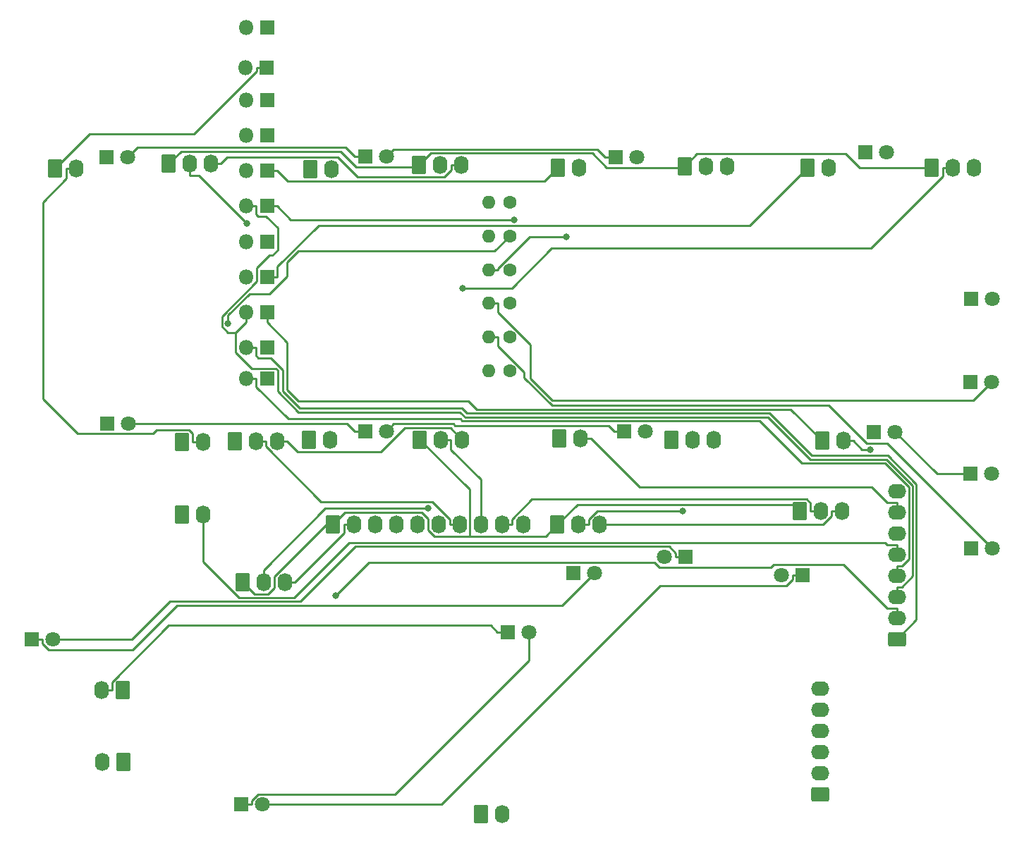
<source format=gbr>
%TF.GenerationSoftware,KiCad,Pcbnew,7.0.9*%
%TF.CreationDate,2023-11-26T15:46:12+10:00*%
%TF.ProjectId,INTERCOMM BACKLIGHT VALIDATION,494e5445-5243-44f4-9d4d-204241434b4c,rev?*%
%TF.SameCoordinates,Original*%
%TF.FileFunction,Copper,L1,Top*%
%TF.FilePolarity,Positive*%
%FSLAX46Y46*%
G04 Gerber Fmt 4.6, Leading zero omitted, Abs format (unit mm)*
G04 Created by KiCad (PCBNEW 7.0.9) date 2023-11-26 15:46:12*
%MOMM*%
%LPD*%
G01*
G04 APERTURE LIST*
G04 Aperture macros list*
%AMRoundRect*
0 Rectangle with rounded corners*
0 $1 Rounding radius*
0 $2 $3 $4 $5 $6 $7 $8 $9 X,Y pos of 4 corners*
0 Add a 4 corners polygon primitive as box body*
4,1,4,$2,$3,$4,$5,$6,$7,$8,$9,$2,$3,0*
0 Add four circle primitives for the rounded corners*
1,1,$1+$1,$2,$3*
1,1,$1+$1,$4,$5*
1,1,$1+$1,$6,$7*
1,1,$1+$1,$8,$9*
0 Add four rect primitives between the rounded corners*
20,1,$1+$1,$2,$3,$4,$5,0*
20,1,$1+$1,$4,$5,$6,$7,0*
20,1,$1+$1,$6,$7,$8,$9,0*
20,1,$1+$1,$8,$9,$2,$3,0*%
G04 Aperture macros list end*
%TA.AperFunction,ComponentPad*%
%ADD10RoundRect,0.250000X-0.620000X-0.845000X0.620000X-0.845000X0.620000X0.845000X-0.620000X0.845000X0*%
%TD*%
%TA.AperFunction,ComponentPad*%
%ADD11O,1.740000X2.190000*%
%TD*%
%TA.AperFunction,ComponentPad*%
%ADD12R,1.800000X1.800000*%
%TD*%
%TA.AperFunction,ComponentPad*%
%ADD13O,1.800000X1.800000*%
%TD*%
%TA.AperFunction,ComponentPad*%
%ADD14C,1.600000*%
%TD*%
%TA.AperFunction,ComponentPad*%
%ADD15O,1.600000X1.600000*%
%TD*%
%TA.AperFunction,ComponentPad*%
%ADD16RoundRect,0.250000X0.845000X-0.620000X0.845000X0.620000X-0.845000X0.620000X-0.845000X-0.620000X0*%
%TD*%
%TA.AperFunction,ComponentPad*%
%ADD17O,2.190000X1.740000*%
%TD*%
%TA.AperFunction,ComponentPad*%
%ADD18RoundRect,0.250000X0.620000X0.845000X-0.620000X0.845000X-0.620000X-0.845000X0.620000X-0.845000X0*%
%TD*%
%TA.AperFunction,ComponentPad*%
%ADD19C,1.800000*%
%TD*%
%TA.AperFunction,ViaPad*%
%ADD20C,0.800000*%
%TD*%
%TA.AperFunction,Conductor*%
%ADD21C,0.250000*%
%TD*%
G04 APERTURE END LIST*
D10*
%TO.P,J4,1,Pin_1*%
%TO.N,/ANALOG_5V*%
X126930000Y-96890000D03*
D11*
%TO.P,J4,2,Pin_2*%
%TO.N,/ANALOG_GND*%
X129470000Y-96890000D03*
%TO.P,J4,3,Pin_3*%
%TO.N,/INT_VOL*%
X132010000Y-96890000D03*
%TO.P,J4,4,Pin_4*%
%TO.N,/FM_VOL*%
X134550000Y-96890000D03*
%TO.P,J4,5,Pin_5*%
%TO.N,/UHF_VOL*%
X137090000Y-96890000D03*
%TO.P,J4,6,Pin_6*%
%TO.N,/VHF_VOL*%
X139630000Y-96890000D03*
%TO.P,J4,7,Pin_7*%
%TO.N,/AIM_VOL*%
X142170000Y-96890000D03*
%TO.P,J4,8,Pin_8*%
%TO.N,/IFF_VOL*%
X144710000Y-96890000D03*
%TO.P,J4,9,Pin_9*%
%TO.N,/TACAN_VOL*%
X147250000Y-96890000D03*
%TO.P,J4,10,Pin_10*%
%TO.N,/MASTER_VOL*%
X149790000Y-96890000D03*
%TD*%
D10*
%TO.P,RV9,1,1*%
%TO.N,/ANALOG_5V*%
X198870000Y-54090000D03*
D11*
%TO.P,RV9,2,2*%
%TO.N,/VHF_VOL*%
X201410000Y-54090000D03*
%TO.P,RV9,3,3*%
%TO.N,/ANALOG_GND*%
X203950000Y-54090000D03*
%TD*%
D10*
%TO.P,RV8,1,1*%
%TO.N,/ANALOG_5V*%
X182970000Y-95310000D03*
D11*
%TO.P,RV8,2,2*%
%TO.N,/TACAN_VOL*%
X185510000Y-95310000D03*
%TO.P,RV8,3,3*%
%TO.N,/ANALOG_GND*%
X188050000Y-95310000D03*
%TD*%
D10*
%TO.P,RV7,1,1*%
%TO.N,/ANALOG_5V*%
X169180000Y-53870000D03*
D11*
%TO.P,RV7,2,2*%
%TO.N,/UHF_VOL*%
X171720000Y-53870000D03*
%TO.P,RV7,3,3*%
%TO.N,/ANALOG_GND*%
X174260000Y-53870000D03*
%TD*%
D10*
%TO.P,RV6,1,1*%
%TO.N,/ANALOG_5V*%
X167640000Y-86760000D03*
D11*
%TO.P,RV6,2,2*%
%TO.N,/ILS_VOL*%
X170180000Y-86760000D03*
%TO.P,RV6,3,3*%
%TO.N,/ANALOG_GND*%
X172720000Y-86760000D03*
%TD*%
D10*
%TO.P,RV5,1,1*%
%TO.N,/ANALOG_5V*%
X116110000Y-103810000D03*
D11*
%TO.P,RV5,2,2*%
%TO.N,/MASTER_VOL*%
X118650000Y-103810000D03*
%TO.P,RV5,3,3*%
%TO.N,/ANALOG_GND*%
X121190000Y-103810000D03*
%TD*%
D10*
%TO.P,RV4,1,1*%
%TO.N,/ANALOG_5V*%
X137300000Y-53750000D03*
D11*
%TO.P,RV4,2,2*%
%TO.N,/FM_VOL*%
X139840000Y-53750000D03*
%TO.P,RV4,3,3*%
%TO.N,/ANALOG_GND*%
X142380000Y-53750000D03*
%TD*%
D10*
%TO.P,RV3,1,1*%
%TO.N,/ANALOG_5V*%
X137400000Y-86710000D03*
D11*
%TO.P,RV3,2,2*%
%TO.N,/IFF_VOL*%
X139940000Y-86710000D03*
%TO.P,RV3,3,3*%
%TO.N,/ANALOG_GND*%
X142480000Y-86710000D03*
%TD*%
D10*
%TO.P,RV2,1,1*%
%TO.N,/ANALOG_5V*%
X107250000Y-53540000D03*
D11*
%TO.P,RV2,2,2*%
%TO.N,/INT_VOL*%
X109790000Y-53540000D03*
%TO.P,RV2,3,3*%
%TO.N,/ANALOG_GND*%
X112330000Y-53540000D03*
%TD*%
D10*
%TO.P,J5,1,Pin_1*%
%TO.N,/ANALOG_5V*%
X153920000Y-96930000D03*
D11*
%TO.P,J5,2,Pin_2*%
%TO.N,/ILS_VOL*%
X156460000Y-96930000D03*
%TO.P,J5,3,Pin_3*%
%TO.N,/ANALOG_GND*%
X159000000Y-96930000D03*
%TD*%
D12*
%TO.P,D29,1,K*%
%TO.N,Net-(D29-K)*%
X119070000Y-75660000D03*
D13*
%TO.P,D29,2,A*%
%TO.N,/COL0*%
X116530000Y-75660000D03*
%TD*%
D12*
%TO.P,D28,1,K*%
%TO.N,Net-(D28-K)*%
X119070000Y-71410000D03*
D13*
%TO.P,D28,2,A*%
%TO.N,/COL2*%
X116530000Y-71410000D03*
%TD*%
D12*
%TO.P,D27,1,K*%
%TO.N,Net-(D27-K)*%
X119070000Y-67160000D03*
D13*
%TO.P,D27,2,A*%
%TO.N,/COL1*%
X116530000Y-67160000D03*
%TD*%
D12*
%TO.P,D26,1,K*%
%TO.N,Net-(D26-K)*%
X119070000Y-62910000D03*
D13*
%TO.P,D26,2,A*%
%TO.N,/COL3*%
X116530000Y-62910000D03*
%TD*%
D12*
%TO.P,D25,1,K*%
%TO.N,Net-(D25-K)*%
X119070000Y-79400000D03*
D13*
%TO.P,D25,2,A*%
%TO.N,/COL3*%
X116530000Y-79400000D03*
%TD*%
D12*
%TO.P,D24,1,K*%
%TO.N,Net-(D24-K)*%
X119070000Y-58660000D03*
D13*
%TO.P,D24,2,A*%
%TO.N,/COL2*%
X116530000Y-58660000D03*
%TD*%
D12*
%TO.P,D23,1,K*%
%TO.N,Net-(D23-K)*%
X119070000Y-54410000D03*
D13*
%TO.P,D23,2,A*%
%TO.N,/COL1*%
X116530000Y-54410000D03*
%TD*%
D12*
%TO.P,D22,1,K*%
%TO.N,Net-(D22-K)*%
X119070000Y-50160000D03*
D13*
%TO.P,D22,2,A*%
%TO.N,/COL2*%
X116530000Y-50160000D03*
%TD*%
D12*
%TO.P,D21,1,K*%
%TO.N,Net-(D21-K)*%
X119070000Y-45910000D03*
D13*
%TO.P,D21,2,A*%
%TO.N,/COL1*%
X116530000Y-45910000D03*
%TD*%
D12*
%TO.P,D2,1,K*%
%TO.N,Net-(D2-K)*%
X119120000Y-37180000D03*
D13*
%TO.P,D2,2,A*%
%TO.N,/COL2*%
X116580000Y-37180000D03*
%TD*%
D12*
%TO.P,D1,1,K*%
%TO.N,Net-(D1-K)*%
X119040000Y-42000000D03*
D13*
%TO.P,D1,2,A*%
%TO.N,/COL1*%
X116500000Y-42000000D03*
%TD*%
D10*
%TO.P,SW10,1,1*%
%TO.N,Net-(D28-K)*%
X185680000Y-86850000D03*
D11*
%TO.P,SW10,2,2*%
%TO.N,/ROW10*%
X188220000Y-86850000D03*
%TD*%
D10*
%TO.P,SW9,1,1*%
%TO.N,Net-(D27-K)*%
X183980000Y-54020000D03*
D11*
%TO.P,SW9,2,2*%
%TO.N,/ROW10*%
X186520000Y-54020000D03*
%TD*%
D10*
%TO.P,SW8,1,1*%
%TO.N,Net-(D26-K)*%
X144740000Y-131660000D03*
D11*
%TO.P,SW8,2,2*%
%TO.N,/ROW8*%
X147280000Y-131660000D03*
%TD*%
D10*
%TO.P,SW5,1,1*%
%TO.N,Net-(D23-K)*%
X154000000Y-54020000D03*
D11*
%TO.P,SW5,2,2*%
%TO.N,/ROW9*%
X156540000Y-54020000D03*
%TD*%
D10*
%TO.P,SW4,1,1*%
%TO.N,Net-(D22-K)*%
X124040000Y-86770000D03*
D11*
%TO.P,SW4,2,2*%
%TO.N,/ROW8*%
X126580000Y-86770000D03*
%TD*%
D10*
%TO.P,SW3,1,1*%
%TO.N,Net-(D21-K)*%
X124210000Y-54250000D03*
D11*
%TO.P,SW3,2,2*%
%TO.N,/ROW8*%
X126750000Y-54250000D03*
%TD*%
D10*
%TO.P,SW2,1,1*%
%TO.N,Net-(D2-K)*%
X108800000Y-86950000D03*
D11*
%TO.P,SW2,2,2*%
%TO.N,/ROW7*%
X111340000Y-86950000D03*
%TD*%
D10*
%TO.P,SW1,1,1*%
%TO.N,Net-(D1-K)*%
X93590000Y-54160000D03*
D11*
%TO.P,SW1,2,2*%
%TO.N,/ROW7*%
X96130000Y-54160000D03*
%TD*%
D14*
%TO.P,R6,1*%
%TO.N,/BACKLIGHT_+12V*%
X148170000Y-78450000D03*
D15*
%TO.P,R6,2*%
%TO.N,Net-(D8-A)*%
X145630000Y-78450000D03*
%TD*%
D14*
%TO.P,R5,1*%
%TO.N,/BACKLIGHT_+12V*%
X148170000Y-74400000D03*
D15*
%TO.P,R5,2*%
%TO.N,Net-(D7-A)*%
X145630000Y-74400000D03*
%TD*%
D14*
%TO.P,R4,1*%
%TO.N,/BACKLIGHT_+12V*%
X148170000Y-70350000D03*
D15*
%TO.P,R4,2*%
%TO.N,Net-(D6-A)*%
X145630000Y-70350000D03*
%TD*%
D14*
%TO.P,R3,1*%
%TO.N,/BACKLIGHT_+12V*%
X148170000Y-66300000D03*
D15*
%TO.P,R3,2*%
%TO.N,Net-(D5-A)*%
X145630000Y-66300000D03*
%TD*%
D14*
%TO.P,R2,1*%
%TO.N,/BACKLIGHT_+12V*%
X148170000Y-62250000D03*
D15*
%TO.P,R2,2*%
%TO.N,Net-(D4-A)*%
X145630000Y-62250000D03*
%TD*%
D14*
%TO.P,R1,1*%
%TO.N,/BACKLIGHT_+12V*%
X148170000Y-58200000D03*
D15*
%TO.P,R1,2*%
%TO.N,Net-(D3-A)*%
X145630000Y-58200000D03*
%TD*%
D16*
%TO.P,J6,1,Pin_1*%
%TO.N,/COL0*%
X194670000Y-110690000D03*
D17*
%TO.P,J6,2,Pin_2*%
%TO.N,/COL1*%
X194670000Y-108150000D03*
%TO.P,J6,3,Pin_3*%
%TO.N,/COL2*%
X194670000Y-105610000D03*
%TO.P,J6,4,Pin_4*%
%TO.N,/COL3*%
X194670000Y-103070000D03*
%TO.P,J6,5,Pin_5*%
%TO.N,/ROW7*%
X194670000Y-100530000D03*
%TO.P,J6,6,Pin_6*%
%TO.N,/ROW8*%
X194670000Y-97990000D03*
%TO.P,J6,7,Pin_7*%
%TO.N,/ROW9*%
X194670000Y-95450000D03*
%TO.P,J6,8,Pin_8*%
%TO.N,/ROW10*%
X194670000Y-92910000D03*
%TD*%
D16*
%TO.P,J3,1,Pin_1*%
%TO.N,Net-(D29-K)*%
X185460000Y-129360000D03*
D17*
%TO.P,J3,2,Pin_2*%
%TO.N,/ROW7*%
X185460000Y-126820000D03*
%TO.P,J3,3,Pin_3*%
%TO.N,/ROW8*%
X185460000Y-124280000D03*
%TO.P,J3,4,Pin_4*%
%TO.N,/ROW9*%
X185460000Y-121740000D03*
%TO.P,J3,5,Pin_5*%
%TO.N,/ROW10*%
X185460000Y-119200000D03*
%TO.P,J3,6,Pin_6*%
%TO.N,unconnected-(J3-Pin_6-Pad6)*%
X185460000Y-116660000D03*
%TD*%
D18*
%TO.P,J2,1,Pin_1*%
%TO.N,/BACKLIGHT_+12V*%
X101770000Y-116800000D03*
D11*
%TO.P,J2,2,Pin_2*%
%TO.N,/BACKLIGHT_GND*%
X99230000Y-116800000D03*
%TD*%
D18*
%TO.P,J1,1,Pin_1*%
%TO.N,/BACKLIGHT_+12V*%
X101780000Y-125440000D03*
D11*
%TO.P,J1,2,Pin_2*%
%TO.N,/BACKLIGHT_GND*%
X99240000Y-125440000D03*
%TD*%
D12*
%TO.P,D20,1,K*%
%TO.N,/BACKLIGHT_GND*%
X99850000Y-84750000D03*
D19*
%TO.P,D20,2,A*%
%TO.N,Net-(D14-K)*%
X102390000Y-84750000D03*
%TD*%
D12*
%TO.P,D19,1,K*%
%TO.N,/BACKLIGHT_GND*%
X191935000Y-85790000D03*
D19*
%TO.P,D19,2,A*%
%TO.N,Net-(D13-K)*%
X194475000Y-85790000D03*
%TD*%
D12*
%TO.P,D18,1,K*%
%TO.N,/BACKLIGHT_GND*%
X190910000Y-52180000D03*
D19*
%TO.P,D18,2,A*%
%TO.N,Net-(D12-K)*%
X193450000Y-52180000D03*
%TD*%
D12*
%TO.P,D17,1,K*%
%TO.N,/BACKLIGHT_GND*%
X99810000Y-52750000D03*
D19*
%TO.P,D17,2,A*%
%TO.N,Net-(D11-K)*%
X102350000Y-52750000D03*
%TD*%
D12*
%TO.P,D16,1,K*%
%TO.N,/BACKLIGHT_GND*%
X147925000Y-109830000D03*
D19*
%TO.P,D16,2,A*%
%TO.N,Net-(D10-K)*%
X150465000Y-109830000D03*
%TD*%
D12*
%TO.P,D15,1,K*%
%TO.N,/BACKLIGHT_GND*%
X155820000Y-102720000D03*
D19*
%TO.P,D15,2,A*%
%TO.N,Net-(D15-A)*%
X158360000Y-102720000D03*
%TD*%
D12*
%TO.P,D14,1,K*%
%TO.N,Net-(D14-K)*%
X130840000Y-85720000D03*
D19*
%TO.P,D14,2,A*%
%TO.N,Net-(D14-A)*%
X133380000Y-85720000D03*
%TD*%
D12*
%TO.P,D13,1,K*%
%TO.N,Net-(D13-K)*%
X203500000Y-90830000D03*
D19*
%TO.P,D13,2,A*%
%TO.N,Net-(D13-A)*%
X206040000Y-90830000D03*
%TD*%
D12*
%TO.P,D12,1,K*%
%TO.N,Net-(D12-K)*%
X203555000Y-69820000D03*
D19*
%TO.P,D12,2,A*%
%TO.N,Net-(D12-A)*%
X206095000Y-69820000D03*
%TD*%
D12*
%TO.P,D11,1,K*%
%TO.N,Net-(D11-K)*%
X130820000Y-52720000D03*
D19*
%TO.P,D11,2,A*%
%TO.N,Net-(D11-A)*%
X133360000Y-52720000D03*
%TD*%
D12*
%TO.P,D10,1,K*%
%TO.N,Net-(D10-K)*%
X115990000Y-130520000D03*
D19*
%TO.P,D10,2,A*%
%TO.N,Net-(D10-A)*%
X118530000Y-130520000D03*
%TD*%
D12*
%TO.P,D9,1,K*%
%TO.N,Net-(D15-A)*%
X90825000Y-110730000D03*
D19*
%TO.P,D9,2,A*%
%TO.N,Net-(D3-K)*%
X93365000Y-110730000D03*
%TD*%
D12*
%TO.P,D8,1,K*%
%TO.N,Net-(D14-A)*%
X161930000Y-85730000D03*
D19*
%TO.P,D8,2,A*%
%TO.N,Net-(D8-A)*%
X164470000Y-85730000D03*
%TD*%
D12*
%TO.P,D7,1,K*%
%TO.N,Net-(D13-A)*%
X203550000Y-99770000D03*
D19*
%TO.P,D7,2,A*%
%TO.N,Net-(D7-A)*%
X206090000Y-99770000D03*
%TD*%
D12*
%TO.P,D6,1,K*%
%TO.N,Net-(D12-A)*%
X203460000Y-79820000D03*
D19*
%TO.P,D6,2,A*%
%TO.N,Net-(D6-A)*%
X206000000Y-79820000D03*
%TD*%
%TO.P,D5,2,A*%
%TO.N,Net-(D5-A)*%
X163415000Y-52790000D03*
D12*
%TO.P,D5,1,K*%
%TO.N,Net-(D11-A)*%
X160875000Y-52790000D03*
%TD*%
%TO.P,D4,1,K*%
%TO.N,Net-(D10-A)*%
X183390000Y-103020000D03*
D19*
%TO.P,D4,2,A*%
%TO.N,Net-(D4-A)*%
X180850000Y-103020000D03*
%TD*%
D12*
%TO.P,D3,1,K*%
%TO.N,Net-(D3-K)*%
X169330000Y-100800000D03*
D19*
%TO.P,D3,2,A*%
%TO.N,Net-(D3-A)*%
X166790000Y-100800000D03*
%TD*%
D10*
%TO.P,SW7,1,A*%
%TO.N,Net-(D25-K)*%
X108830000Y-95720000D03*
D11*
%TO.P,SW7,2,B*%
%TO.N,/ROW7*%
X111370000Y-95720000D03*
%TD*%
D10*
%TO.P,RV1,1,1*%
%TO.N,/ANALOG_5V*%
X115170000Y-86940000D03*
D11*
%TO.P,RV1,2,2*%
%TO.N,/AIM_VOL*%
X117710000Y-86940000D03*
%TO.P,RV1,3,3*%
%TO.N,/ANALOG_GND*%
X120250000Y-86940000D03*
%TD*%
D10*
%TO.P,SW6,1,1*%
%TO.N,Net-(D24-K)*%
X154180000Y-86560000D03*
D11*
%TO.P,SW6,2,2*%
%TO.N,/ROW9*%
X156720000Y-86560000D03*
%TD*%
D20*
%TO.N,/VHF_VOL*%
X142528900Y-68499000D03*
%TO.N,/MASTER_VOL*%
X138409200Y-94989600D03*
%TO.N,/ILS_VOL*%
X168984700Y-95249500D03*
%TO.N,/INT_VOL*%
X116646900Y-60752700D03*
%TO.N,/ROW10*%
X191485800Y-87903300D03*
%TO.N,/BACKLIGHT_+12V*%
X114366800Y-72789600D03*
%TO.N,Net-(D24-K)*%
X148691500Y-60283700D03*
%TO.N,Net-(D5-A)*%
X155017400Y-62326100D03*
%TO.N,/COL1*%
X127312300Y-105480200D03*
%TD*%
D21*
%TO.N,/VHF_VOL*%
X201410000Y-54090000D02*
X200214700Y-54090000D01*
X148429500Y-68499000D02*
X142528900Y-68499000D01*
X153229200Y-63699300D02*
X148429500Y-68499000D01*
X191576600Y-63699300D02*
X153229200Y-63699300D01*
X200214700Y-55061200D02*
X191576600Y-63699300D01*
X200214700Y-54090000D02*
X200214700Y-55061200D01*
%TO.N,/TACAN_VOL*%
X148445300Y-96292300D02*
X148445300Y-96890000D01*
X150870200Y-93867400D02*
X148445300Y-96292300D01*
X183843300Y-93867400D02*
X150870200Y-93867400D01*
X184314700Y-94338800D02*
X183843300Y-93867400D01*
X184314700Y-95310000D02*
X184314700Y-94338800D01*
X185510000Y-95310000D02*
X184314700Y-95310000D01*
X147250000Y-96890000D02*
X148445300Y-96890000D01*
%TO.N,/MASTER_VOL*%
X126050100Y-94989600D02*
X138409200Y-94989600D01*
X118650000Y-102389700D02*
X126050100Y-94989600D01*
X118650000Y-103810000D02*
X118650000Y-102389700D01*
%TO.N,/IFF_VOL*%
X144710000Y-91480000D02*
X144710000Y-96890000D01*
X141135300Y-87905300D02*
X144710000Y-91480000D01*
X141135300Y-86710000D02*
X141135300Y-87905300D01*
X139940000Y-86710000D02*
X141135300Y-86710000D01*
%TO.N,/AIM_VOL*%
X140974700Y-96292400D02*
X140974700Y-96890000D01*
X138858700Y-94176400D02*
X140974700Y-96292400D01*
X125544000Y-94176400D02*
X138858700Y-94176400D01*
X118905300Y-87537700D02*
X125544000Y-94176400D01*
X118905300Y-86940000D02*
X118905300Y-87537700D01*
X117710000Y-86940000D02*
X118905300Y-86940000D01*
X142170000Y-96890000D02*
X140974700Y-96890000D01*
%TO.N,/ILS_VOL*%
X156460000Y-96930000D02*
X157655300Y-96930000D01*
X158738100Y-95249500D02*
X168984700Y-95249500D01*
X157655300Y-96332300D02*
X158738100Y-95249500D01*
X157655300Y-96930000D02*
X157655300Y-96332300D01*
%TO.N,/INT_VOL*%
X110854500Y-54960300D02*
X116646900Y-60752700D01*
X109790000Y-54960300D02*
X110854500Y-54960300D01*
X109790000Y-53540000D02*
X109790000Y-54960300D01*
%TO.N,/ROW10*%
X188220000Y-86850000D02*
X189415300Y-86850000D01*
X190468600Y-87903300D02*
X189415300Y-86850000D01*
X191485800Y-87903300D02*
X190468600Y-87903300D01*
%TO.N,/ROW9*%
X193474700Y-94254700D02*
X194670000Y-94254700D01*
X191669000Y-92449000D02*
X193474700Y-94254700D01*
X163804300Y-92449000D02*
X191669000Y-92449000D01*
X157915300Y-86560000D02*
X163804300Y-92449000D01*
X156720000Y-86560000D02*
X157915300Y-86560000D01*
X194670000Y-95450000D02*
X194670000Y-94254700D01*
%TO.N,/ROW7*%
X193474700Y-99334700D02*
X194670000Y-99334700D01*
X193231300Y-99091300D02*
X193474700Y-99334700D01*
X128926000Y-99091300D02*
X193231300Y-99091300D01*
X122302500Y-105714800D02*
X128926000Y-99091300D01*
X115669200Y-105714800D02*
X122302500Y-105714800D01*
X111370000Y-101415600D02*
X115669200Y-105714800D01*
X111370000Y-95720000D02*
X111370000Y-101415600D01*
X194670000Y-100530000D02*
X194670000Y-99334700D01*
X94934700Y-55355300D02*
X94934700Y-54160000D01*
X92121900Y-58168100D02*
X94934700Y-55355300D01*
X92121900Y-81832200D02*
X92121900Y-58168100D01*
X96275600Y-85985900D02*
X92121900Y-81832200D01*
X105332300Y-85985900D02*
X96275600Y-85985900D01*
X105801300Y-85516900D02*
X105332300Y-85985900D01*
X109682800Y-85516900D02*
X105801300Y-85516900D01*
X110144700Y-85978800D02*
X109682800Y-85516900D01*
X110144700Y-86950000D02*
X110144700Y-85978800D01*
X111340000Y-86950000D02*
X110144700Y-86950000D01*
X96130000Y-54160000D02*
X94934700Y-54160000D01*
%TO.N,/BACKLIGHT_+12V*%
X114366800Y-71779000D02*
X114366800Y-72789600D01*
X116946200Y-69199600D02*
X114366800Y-71779000D01*
X119323700Y-69199600D02*
X116946200Y-69199600D01*
X121450000Y-67073300D02*
X119323700Y-69199600D01*
X121450000Y-65422000D02*
X121450000Y-67073300D01*
X122826000Y-64046000D02*
X121450000Y-65422000D01*
X146374000Y-64046000D02*
X122826000Y-64046000D01*
X148170000Y-62250000D02*
X146374000Y-64046000D01*
%TO.N,/COL0*%
X116530000Y-75660000D02*
X117755300Y-75660000D01*
X117755300Y-76614400D02*
X117755300Y-75660000D01*
X118026200Y-76885300D02*
X117755300Y-76614400D01*
X119475800Y-76885300D02*
X118026200Y-76885300D01*
X120932000Y-78341500D02*
X119475800Y-76885300D01*
X120932000Y-80875800D02*
X120932000Y-78341500D01*
X123007800Y-82951600D02*
X120932000Y-80875800D01*
X142415100Y-82951600D02*
X123007800Y-82951600D01*
X143023500Y-83560000D02*
X142415100Y-82951600D01*
X179357000Y-83560000D02*
X143023500Y-83560000D01*
X184425700Y-88628700D02*
X179357000Y-83560000D01*
X193604900Y-88628700D02*
X184425700Y-88628700D01*
X197020500Y-92044300D02*
X193604900Y-88628700D01*
X197020500Y-108339500D02*
X197020500Y-92044300D01*
X194670000Y-110690000D02*
X197020500Y-108339500D01*
%TO.N,Net-(D28-K)*%
X121450000Y-75015300D02*
X119070000Y-72635300D01*
X121450000Y-80756900D02*
X121450000Y-75015300D01*
X122786500Y-82093400D02*
X121450000Y-80756900D01*
X143194500Y-82093400D02*
X122786500Y-82093400D01*
X144210700Y-83109600D02*
X143194500Y-82093400D01*
X181939600Y-83109600D02*
X144210700Y-83109600D01*
X185680000Y-86850000D02*
X181939600Y-83109600D01*
X119070000Y-71410000D02*
X119070000Y-72635300D01*
%TO.N,Net-(D27-K)*%
X119070000Y-67160000D02*
X120295300Y-67160000D01*
X176991000Y-61009000D02*
X183980000Y-54020000D01*
X125226100Y-61009000D02*
X176991000Y-61009000D01*
X120295300Y-65939800D02*
X125226100Y-61009000D01*
X120295300Y-67160000D02*
X120295300Y-65939800D01*
%TO.N,/COL3*%
X116530000Y-79400000D02*
X117755300Y-79400000D01*
X194670000Y-103070000D02*
X194670000Y-101874700D01*
X195267600Y-101874700D02*
X194670000Y-101874700D01*
X196096600Y-101045700D02*
X195267600Y-101874700D01*
X196096600Y-92394200D02*
X196096600Y-101045700D01*
X193231700Y-89529300D02*
X196096600Y-92394200D01*
X183242500Y-89529300D02*
X193231700Y-89529300D01*
X178173900Y-84460700D02*
X183242500Y-89529300D01*
X142481800Y-84460700D02*
X178173900Y-84460700D01*
X142256400Y-84235300D02*
X142481800Y-84460700D01*
X121595000Y-84235300D02*
X142256400Y-84235300D01*
X117755300Y-80395600D02*
X121595000Y-84235300D01*
X117755300Y-79400000D02*
X117755300Y-80395600D01*
%TO.N,Net-(D24-K)*%
X121919000Y-60283700D02*
X120295300Y-58660000D01*
X148691500Y-60283700D02*
X121919000Y-60283700D01*
X119070000Y-58660000D02*
X120295300Y-58660000D01*
%TO.N,Net-(D23-K)*%
X121561600Y-55676300D02*
X120295300Y-54410000D01*
X152343700Y-55676300D02*
X121561600Y-55676300D01*
X154000000Y-54020000D02*
X152343700Y-55676300D01*
X119070000Y-54410000D02*
X120295300Y-54410000D01*
%TO.N,/BACKLIGHT_GND*%
X100425300Y-115828800D02*
X100425300Y-116800000D01*
X107209800Y-109044300D02*
X100425300Y-115828800D01*
X145914000Y-109044300D02*
X107209800Y-109044300D01*
X146699700Y-109830000D02*
X145914000Y-109044300D01*
X147925000Y-109830000D02*
X146699700Y-109830000D01*
X99230000Y-116800000D02*
X100425300Y-116800000D01*
%TO.N,Net-(D14-K)*%
X128644700Y-84750000D02*
X102390000Y-84750000D01*
X129614700Y-85720000D02*
X128644700Y-84750000D01*
X130840000Y-85720000D02*
X129614700Y-85720000D01*
%TO.N,Net-(D13-K)*%
X199515000Y-90830000D02*
X194475000Y-85790000D01*
X203500000Y-90830000D02*
X199515000Y-90830000D01*
%TO.N,Net-(D11-K)*%
X103475900Y-51624100D02*
X102350000Y-52750000D01*
X128498800Y-51624100D02*
X103475900Y-51624100D01*
X129594700Y-52720000D02*
X128498800Y-51624100D01*
X130820000Y-52720000D02*
X129594700Y-52720000D01*
%TO.N,Net-(D10-K)*%
X150465000Y-113265600D02*
X150465000Y-109830000D01*
X134435900Y-129294700D02*
X150465000Y-113265600D01*
X117981000Y-129294700D02*
X134435900Y-129294700D01*
X117215300Y-130060400D02*
X117981000Y-129294700D01*
X117215300Y-130520000D02*
X117215300Y-130060400D01*
X115990000Y-130520000D02*
X117215300Y-130520000D01*
%TO.N,Net-(D15-A)*%
X90825000Y-110730000D02*
X92050300Y-110730000D01*
X154464500Y-106615500D02*
X158360000Y-102720000D01*
X108240000Y-106615500D02*
X154464500Y-106615500D01*
X102899300Y-111956200D02*
X108240000Y-106615500D01*
X92817000Y-111956200D02*
X102899300Y-111956200D01*
X92050300Y-111189500D02*
X92817000Y-111956200D01*
X92050300Y-110730000D02*
X92050300Y-111189500D01*
%TO.N,Net-(D14-A)*%
X161930000Y-85730000D02*
X160704700Y-85730000D01*
X160038400Y-85063700D02*
X160704700Y-85730000D01*
X141642400Y-85063700D02*
X160038400Y-85063700D01*
X141409200Y-84830500D02*
X141642400Y-85063700D01*
X134269500Y-84830500D02*
X141409200Y-84830500D01*
X133380000Y-85720000D02*
X134269500Y-84830500D01*
%TO.N,Net-(D7-A)*%
X145630000Y-74400000D02*
X146755300Y-74400000D01*
X146755300Y-75437400D02*
X146755300Y-74400000D01*
X149921400Y-78603500D02*
X146755300Y-75437400D01*
X149921400Y-79288100D02*
X149921400Y-78603500D01*
X153254100Y-82620800D02*
X149921400Y-79288100D01*
X186476800Y-82620800D02*
X153254100Y-82620800D01*
X191034000Y-87178000D02*
X186476800Y-82620800D01*
X193498000Y-87178000D02*
X191034000Y-87178000D01*
X206090000Y-99770000D02*
X193498000Y-87178000D01*
%TO.N,Net-(D6-A)*%
X146755300Y-71390900D02*
X146755300Y-70350000D01*
X150679100Y-75314700D02*
X146755300Y-71390900D01*
X150679100Y-79370000D02*
X150679100Y-75314700D01*
X153311600Y-82002500D02*
X150679100Y-79370000D01*
X203817500Y-82002500D02*
X153311600Y-82002500D01*
X206000000Y-79820000D02*
X203817500Y-82002500D01*
X145630000Y-70350000D02*
X146755300Y-70350000D01*
%TO.N,Net-(D5-A)*%
X146755300Y-66123200D02*
X146755300Y-66300000D01*
X150552400Y-62326100D02*
X146755300Y-66123200D01*
X155017400Y-62326100D02*
X150552400Y-62326100D01*
X145630000Y-66300000D02*
X146755300Y-66300000D01*
%TO.N,Net-(D11-A)*%
X160875000Y-52790000D02*
X159649700Y-52790000D01*
X134249200Y-51830800D02*
X133360000Y-52720000D01*
X158690500Y-51830800D02*
X134249200Y-51830800D01*
X159649700Y-52790000D02*
X158690500Y-51830800D01*
%TO.N,Net-(D10-A)*%
X139999000Y-130520000D02*
X118530000Y-130520000D01*
X166273700Y-104245300D02*
X139999000Y-130520000D01*
X181399000Y-104245300D02*
X166273700Y-104245300D01*
X182164700Y-103479600D02*
X181399000Y-104245300D01*
X182164700Y-103020000D02*
X182164700Y-103479600D01*
X183390000Y-103020000D02*
X182164700Y-103020000D01*
%TO.N,/COL2*%
X116530000Y-71410000D02*
X116530000Y-72635300D01*
X116530000Y-58660000D02*
X117755300Y-58660000D01*
X194670000Y-105610000D02*
X194670000Y-104414700D01*
X115304700Y-76220700D02*
X115304700Y-73860600D01*
X117258600Y-78174600D02*
X115304700Y-76220700D01*
X120128200Y-78174600D02*
X117258600Y-78174600D01*
X120322800Y-78369200D02*
X120128200Y-78174600D01*
X120322800Y-80915300D02*
X120322800Y-78369200D01*
X122809400Y-83401900D02*
X120322800Y-80915300D01*
X142228500Y-83401900D02*
X122809400Y-83401900D01*
X142837000Y-84010400D02*
X142228500Y-83401900D01*
X179170500Y-84010400D02*
X142837000Y-84010400D01*
X184239100Y-89079000D02*
X179170500Y-84010400D01*
X193418300Y-89079000D02*
X184239100Y-89079000D01*
X196570200Y-92230900D02*
X193418300Y-89079000D01*
X196570200Y-103112100D02*
X196570200Y-92230900D01*
X195267600Y-104414700D02*
X196570200Y-103112100D01*
X194670000Y-104414700D02*
X195267600Y-104414700D01*
X114346700Y-73860600D02*
X115304700Y-73860600D01*
X113629500Y-73143400D02*
X114346700Y-73860600D01*
X113629500Y-71879400D02*
X113629500Y-73143400D01*
X117844600Y-67664300D02*
X113629500Y-71879400D01*
X117844600Y-66076500D02*
X117844600Y-67664300D01*
X119366600Y-64554500D02*
X117844600Y-66076500D01*
X119698700Y-64554500D02*
X119366600Y-64554500D01*
X120328100Y-63925100D02*
X119698700Y-64554500D01*
X120328100Y-61258000D02*
X120328100Y-63925100D01*
X118955400Y-59885300D02*
X120328100Y-61258000D01*
X117980300Y-59885300D02*
X118955400Y-59885300D01*
X117755300Y-59660300D02*
X117980300Y-59885300D01*
X117755300Y-58660000D02*
X117755300Y-59660300D01*
X115304700Y-73860600D02*
X116530000Y-72635300D01*
%TO.N,/COL1*%
X131297900Y-101494600D02*
X127312300Y-105480200D01*
X165564600Y-101494600D02*
X131297900Y-101494600D01*
X166139900Y-102069900D02*
X165564600Y-101494600D01*
X179580100Y-102069900D02*
X166139900Y-102069900D01*
X179908900Y-101741100D02*
X179580100Y-102069900D01*
X188261100Y-101741100D02*
X179908900Y-101741100D01*
X193474700Y-106954700D02*
X188261100Y-101741100D01*
X194670000Y-106954700D02*
X193474700Y-106954700D01*
X194670000Y-108150000D02*
X194670000Y-106954700D01*
%TO.N,/ANALOG_GND*%
X114245400Y-52819900D02*
X113525300Y-53540000D01*
X127531700Y-52819900D02*
X114245400Y-52819900D01*
X129883200Y-55171400D02*
X127531700Y-52819900D01*
X140360900Y-55171400D02*
X129883200Y-55171400D01*
X141184700Y-54347600D02*
X140360900Y-55171400D01*
X141184700Y-53750000D02*
X141184700Y-54347600D01*
X142380000Y-53750000D02*
X141184700Y-53750000D01*
X112330000Y-53540000D02*
X113525300Y-53540000D01*
X128274700Y-97920600D02*
X128274700Y-96890000D01*
X122385300Y-103810000D02*
X128274700Y-97920600D01*
X129470000Y-96890000D02*
X128274700Y-96890000D01*
X121190000Y-103810000D02*
X122385300Y-103810000D01*
X120250000Y-86940000D02*
X121445300Y-86940000D01*
X141058800Y-85288800D02*
X142480000Y-86710000D01*
X135619800Y-85288800D02*
X141058800Y-85288800D01*
X132710100Y-88198500D02*
X135619800Y-85288800D01*
X122703800Y-88198500D02*
X132710100Y-88198500D01*
X121445300Y-86940000D02*
X122703800Y-88198500D01*
X186854700Y-95907600D02*
X186854700Y-95310000D01*
X185832300Y-96930000D02*
X186854700Y-95907600D01*
X159000000Y-96930000D02*
X185832300Y-96930000D01*
X188050000Y-95310000D02*
X186854700Y-95310000D01*
%TO.N,/ANALOG_5V*%
X126174700Y-96890000D02*
X126930000Y-96890000D01*
X119920000Y-103144700D02*
X126174700Y-96890000D01*
X119920000Y-104478400D02*
X119920000Y-103144700D01*
X119157000Y-105241400D02*
X119920000Y-104478400D01*
X117541400Y-105241400D02*
X119157000Y-105241400D01*
X116110000Y-103810000D02*
X117541400Y-105241400D01*
X139110600Y-98310700D02*
X143379400Y-98310700D01*
X138360000Y-97560100D02*
X139110600Y-98310700D01*
X138360000Y-96212600D02*
X138360000Y-97560100D01*
X137587300Y-95439900D02*
X138360000Y-96212600D01*
X128380100Y-95439900D02*
X137587300Y-95439900D01*
X126930000Y-96890000D02*
X128380100Y-95439900D01*
X108715500Y-52074500D02*
X107250000Y-53540000D01*
X127867900Y-52074500D02*
X108715500Y-52074500D01*
X129738800Y-53945400D02*
X127867900Y-52074500D01*
X137104600Y-53945400D02*
X129738800Y-53945400D01*
X137300000Y-53750000D02*
X137104600Y-53945400D01*
X143379400Y-92689400D02*
X143379400Y-98310700D01*
X137400000Y-86710000D02*
X143379400Y-92689400D01*
X152539300Y-98310700D02*
X153920000Y-96930000D01*
X143379400Y-98310700D02*
X152539300Y-98310700D01*
X182184100Y-94524100D02*
X182970000Y-95310000D01*
X156325900Y-94524100D02*
X182184100Y-94524100D01*
X153920000Y-96930000D02*
X156325900Y-94524100D01*
X169034600Y-54015400D02*
X169180000Y-53870000D01*
X159839100Y-54015400D02*
X169034600Y-54015400D01*
X158104900Y-52281200D02*
X159839100Y-54015400D01*
X138768800Y-52281200D02*
X158104900Y-52281200D01*
X137300000Y-53750000D02*
X138768800Y-52281200D01*
X190173100Y-54090000D02*
X198870000Y-54090000D01*
X188481100Y-52398000D02*
X190173100Y-54090000D01*
X170652000Y-52398000D02*
X188481100Y-52398000D01*
X169180000Y-53870000D02*
X170652000Y-52398000D01*
%TO.N,Net-(D3-K)*%
X169330000Y-100800000D02*
X168104700Y-100800000D01*
X168104700Y-100340500D02*
X168104700Y-100800000D01*
X167305900Y-99541700D02*
X168104700Y-100340500D01*
X129692600Y-99541700D02*
X167305900Y-99541700D01*
X123069100Y-106165200D02*
X129692600Y-99541700D01*
X107408500Y-106165200D02*
X123069100Y-106165200D01*
X102843700Y-110730000D02*
X107408500Y-106165200D01*
X93365000Y-110730000D02*
X102843700Y-110730000D01*
%TO.N,Net-(D1-K)*%
X117814700Y-42418300D02*
X117814700Y-42000000D01*
X110241400Y-49991600D02*
X117814700Y-42418300D01*
X97758400Y-49991600D02*
X110241400Y-49991600D01*
X93590000Y-54160000D02*
X97758400Y-49991600D01*
X119040000Y-42000000D02*
X117814700Y-42000000D01*
%TD*%
M02*

</source>
